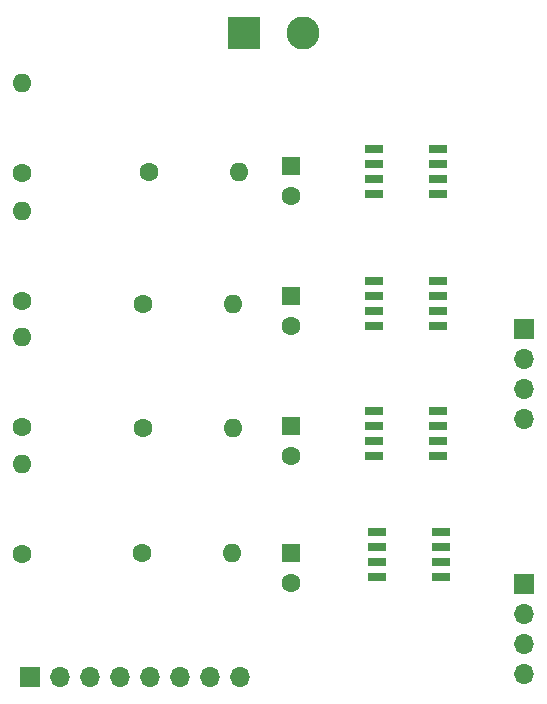
<source format=gbr>
%TF.GenerationSoftware,KiCad,Pcbnew,8.0.6-8.0.6-0~ubuntu22.04.1*%
%TF.CreationDate,2024-11-06T16:41:22-03:00*%
%TF.ProjectId,sensor_filter,73656e73-6f72-45f6-9669-6c7465722e6b,rev?*%
%TF.SameCoordinates,Original*%
%TF.FileFunction,Soldermask,Top*%
%TF.FilePolarity,Negative*%
%FSLAX46Y46*%
G04 Gerber Fmt 4.6, Leading zero omitted, Abs format (unit mm)*
G04 Created by KiCad (PCBNEW 8.0.6-8.0.6-0~ubuntu22.04.1) date 2024-11-06 16:41:22*
%MOMM*%
%LPD*%
G01*
G04 APERTURE LIST*
%ADD10R,1.600000X1.600000*%
%ADD11C,1.600000*%
%ADD12O,1.600000X1.600000*%
%ADD13R,1.550000X0.700000*%
%ADD14R,1.700000X1.700000*%
%ADD15O,1.700000X1.700000*%
%ADD16R,2.800000X2.800000*%
%ADD17C,2.800000*%
G04 APERTURE END LIST*
D10*
%TO.C,C4*%
X151750000Y-85310000D03*
D11*
X151750000Y-87810000D03*
%TD*%
%TO.C,R6*%
X139190000Y-64250000D03*
D12*
X146810000Y-64250000D03*
%TD*%
D11*
%TO.C,R4*%
X129000000Y-85370000D03*
D12*
X129000000Y-77750000D03*
%TD*%
D13*
%TO.C,IC3*%
X158750000Y-73310000D03*
X158750000Y-74580000D03*
X158750000Y-75850000D03*
X158750000Y-77120000D03*
X164150000Y-77120000D03*
X164150000Y-75850000D03*
X164150000Y-74580000D03*
X164150000Y-73310000D03*
%TD*%
D11*
%TO.C,R5*%
X139690000Y-53000000D03*
D12*
X147310000Y-53000000D03*
%TD*%
D13*
%TO.C,IC2*%
X158750000Y-62250000D03*
X158750000Y-63520000D03*
X158750000Y-64790000D03*
X158750000Y-66060000D03*
X164150000Y-66060000D03*
X164150000Y-64790000D03*
X164150000Y-63520000D03*
X164150000Y-62250000D03*
%TD*%
%TO.C,IC1*%
X158790000Y-51060000D03*
X158790000Y-52330000D03*
X158790000Y-53600000D03*
X158790000Y-54870000D03*
X164190000Y-54870000D03*
X164190000Y-53600000D03*
X164190000Y-52330000D03*
X164190000Y-51060000D03*
%TD*%
D11*
%TO.C,R8*%
X139130000Y-85310000D03*
D12*
X146750000Y-85310000D03*
%TD*%
D14*
%TO.C,J4*%
X171500000Y-87920000D03*
D15*
X171500000Y-90460000D03*
X171500000Y-93000000D03*
X171500000Y-95540000D03*
%TD*%
D10*
%TO.C,C1*%
X151750000Y-52560000D03*
D11*
X151750000Y-55060000D03*
%TD*%
%TO.C,R3*%
X129000000Y-74620000D03*
D12*
X129000000Y-67000000D03*
%TD*%
D13*
%TO.C,IC4*%
X159040000Y-83560000D03*
X159040000Y-84830000D03*
X159040000Y-86100000D03*
X159040000Y-87370000D03*
X164440000Y-87370000D03*
X164440000Y-86100000D03*
X164440000Y-84830000D03*
X164440000Y-83560000D03*
%TD*%
D10*
%TO.C,C3*%
X151750000Y-74560000D03*
D11*
X151750000Y-77060000D03*
%TD*%
D14*
%TO.C,J3*%
X171500000Y-66310000D03*
D15*
X171500000Y-68850000D03*
X171500000Y-71390000D03*
X171500000Y-73930000D03*
%TD*%
D11*
%TO.C,R2*%
X129000000Y-63930000D03*
D12*
X129000000Y-56310000D03*
%TD*%
D10*
%TO.C,C2*%
X151750000Y-63560000D03*
D11*
X151750000Y-66060000D03*
%TD*%
D16*
%TO.C,J2*%
X147750000Y-41250000D03*
D17*
X152750000Y-41250000D03*
%TD*%
D11*
%TO.C,R1*%
X129000000Y-53120000D03*
D12*
X129000000Y-45500000D03*
%TD*%
D14*
%TO.C,J1*%
X129625000Y-95810000D03*
D15*
X132165000Y-95810000D03*
X134705000Y-95810000D03*
X137245000Y-95810000D03*
X139785000Y-95810000D03*
X142325000Y-95810000D03*
X144865000Y-95810000D03*
X147405000Y-95810000D03*
%TD*%
D11*
%TO.C,R7*%
X139190000Y-74750000D03*
D12*
X146810000Y-74750000D03*
%TD*%
M02*

</source>
